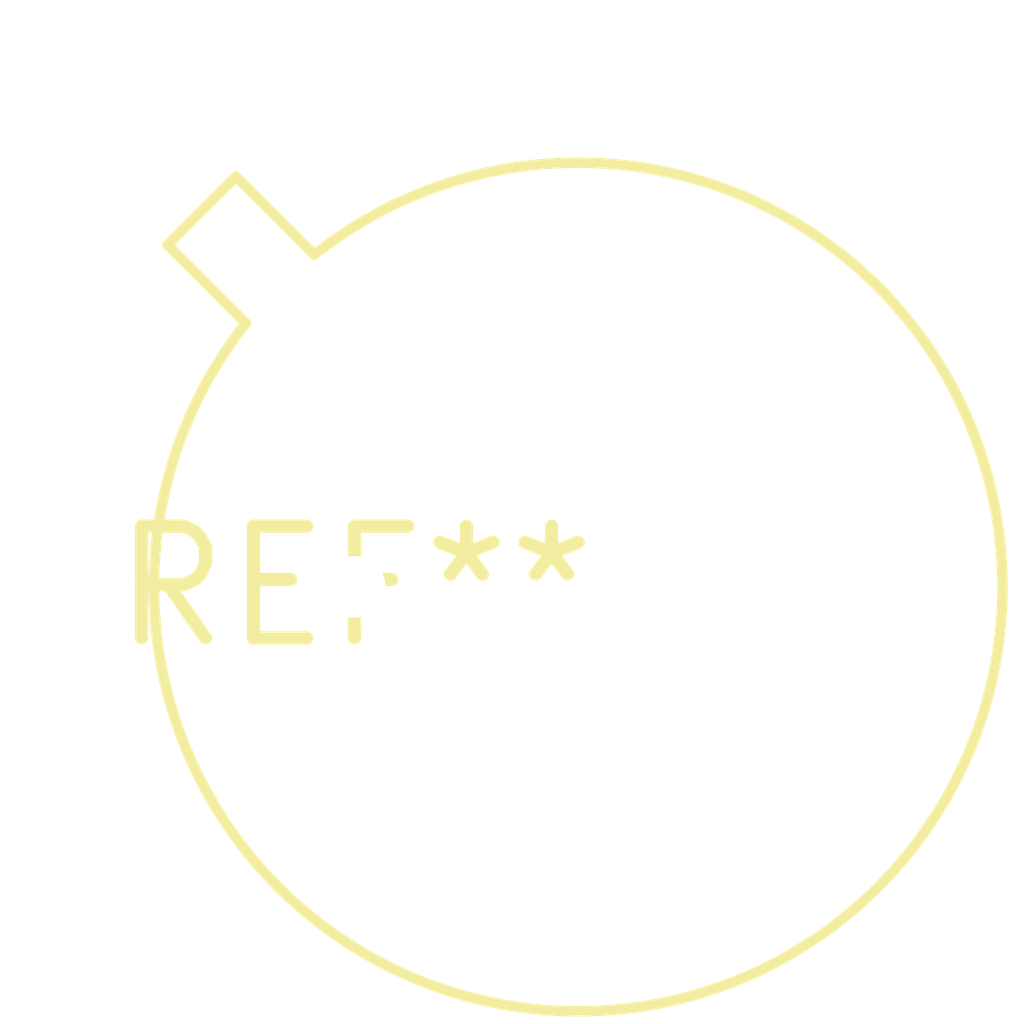
<source format=kicad_pcb>
(kicad_pcb (version 20240108) (generator pcbnew)
  (layers (0 "F.Cu" signal) (31 "B.Cu" signal) (34 "B.Paste" user) (35 "F.Paste" user) (36 "B.SilkS" user "B.Silkscreen") (37 "F.SilkS" user "F.Silkscreen") (38 "B.Mask" user) (39 "F.Mask" user) (44 "Edge.Cuts" user))
  (net 0 "")
  (footprint "TO-5-4" (layer "F.Cu") (at 0 0)
    (property "Reference" "REF**")
    (property "Value" "TO-5-4")
    (fp_line (start -2.125856 -3.888039) (end -1.234902 -2.997084) (layer "F.SilkS") (stroke (width 0.12)))
    (fp_line (start -1.348039 -4.665856) (end -2.125856 -3.888039) (layer "F.SilkS") (stroke (width 0.12)))
    (fp_line (start -0.457084 -3.774902) (end -1.348039 -4.665856) (layer "F.SilkS") (stroke (width 0.12)))
    (fp_arc (start -0.457084 -3.774902) (mid 5.948125 3.408384) (end -1.234674 -2.997371) (layer "F.SilkS") (stroke (width 0.12)))
    (pad "1" thru_hole oval (at 0 0) (size 1.6 1.2) (drill 0.7) (layers *.Cu *.Mask) (remove_unused_layers))
    (pad "2" thru_hole oval (at 2.54 2.54) (size 1.2 1.2) (drill 0.7) (layers *.Cu *.Mask) (remove_unused_layers))
    (pad "3" thru_hole oval (at 5.08 0) (size 1.2 1.2) (drill 0.7) (layers *.Cu *.Mask) (remove_unused_layers))
    (pad "4" thru_hole oval (at 2.54 -2.54) (size 1.2 1.2) (drill 0.7) (layers *.Cu *.Mask) (remove_unused_layers))
  )
)
</source>
